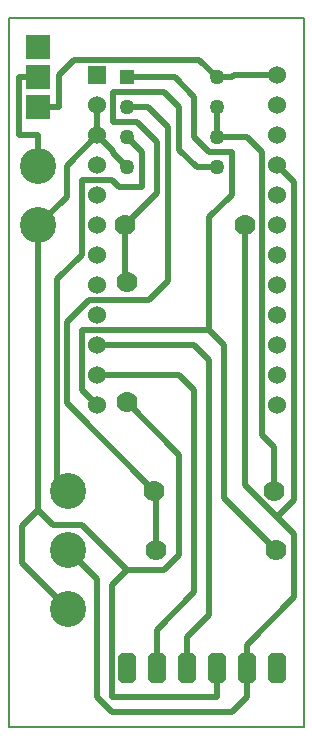
<source format=gbr>
G04 PROTEUS RS274X GERBER FILE*
%FSLAX26Y26*%
%MOIN*%
G01*
%ADD10C,0.020000*%
%ADD11R,0.060000X0.060000*%
%ADD12C,0.000000*%
%ADD13C,0.060000*%
%ADD14R,0.050000X0.050000*%
%ADD15C,0.050000*%
%AMDIL006*
4,1,8,
-0.030000,0.038000,-0.018000,0.050000,0.018000,0.050000,0.030000,0.038000,0.030000,-0.038000,
0.018000,-0.050000,-0.018000,-0.050000,-0.030000,-0.038000,-0.030000,0.038000,
0*%
%ADD16DIL006*%
%ADD17R,0.080000X0.080000*%
%ADD18C,0.120000*%
%ADD19C,0.070000*%
%ADD70C,0.008000*%
D10*
X-98425Y-301575D02*
X+225000Y-301575D01*
X+275000Y-351575D01*
X+275000Y-1200000D01*
X+200000Y-1275000D01*
X+200000Y-1377953D01*
X-98425Y-401575D02*
X+175000Y-401575D01*
X+225000Y-451575D01*
X+225000Y-1125000D01*
X+100000Y-1250000D01*
X+100000Y-1377953D01*
X+275000Y-250000D02*
X+275000Y+125000D01*
X+350000Y+200000D01*
X+350000Y+340551D01*
X+275000Y+340551D01*
X+225000Y+390551D01*
X+225000Y+525000D01*
X+159449Y+590551D01*
X+0Y+590551D01*
X+275000Y-250000D02*
X+225000Y-250000D01*
X+223425Y-251575D01*
X-150000Y-251575D01*
X-150000Y-450000D01*
X-98425Y-501575D01*
X+275000Y-250000D02*
X+325000Y-300000D01*
X+325000Y-810827D01*
X+498425Y-984252D01*
X+400000Y-1377953D02*
X+400000Y-1475000D01*
X+350000Y-1525000D01*
X-50000Y-1525000D01*
X-100000Y-1475000D01*
X-100000Y-1081252D01*
X-196850Y-984402D01*
X+500000Y-875000D02*
X+393701Y-768701D01*
X+393701Y+98425D01*
X+400000Y-1377953D02*
X+400000Y-1300000D01*
X+557488Y-1142512D01*
X+557488Y-932488D01*
X+500000Y-875000D01*
X+556563Y-818437D01*
X+556563Y+243437D01*
X+501575Y+298425D01*
X+300000Y+590551D02*
X+350000Y+590551D01*
X+357874Y+598425D01*
X+501575Y+598425D01*
X+300000Y+590551D02*
X+240551Y+650000D01*
X-175000Y+650000D01*
X-225000Y+600000D01*
X-225000Y+492126D01*
X-295276Y+492126D01*
X+0Y+390551D02*
X+50000Y+340551D01*
X+50000Y+225000D01*
X-25000Y+225000D01*
X-48425Y+248425D01*
X-150000Y+248425D01*
X-150000Y+0D01*
X-231851Y-81851D01*
X-231851Y-752401D01*
X-196850Y-787402D01*
X+92126Y-787402D02*
X-200000Y-495276D01*
X-200000Y-225000D01*
X-126575Y-151575D01*
X+75000Y-151575D01*
X+137500Y-89075D01*
X+137500Y+425000D01*
X+71949Y+490551D01*
X+0Y+490551D01*
X+92126Y-787402D02*
X+98425Y-793701D01*
X+98425Y-984252D01*
X-6299Y+98425D02*
X+100000Y+204724D01*
X+100000Y+375000D01*
X+34449Y+440551D01*
X-46713Y+440551D01*
X-46713Y+540551D01*
X+125000Y+540551D01*
X+175000Y+490551D01*
X+175000Y+350000D01*
X+234449Y+290551D01*
X+300000Y+290551D01*
X-6299Y+98425D02*
X-6299Y-85827D01*
X+0Y-92126D01*
X+300000Y+490551D02*
X+300000Y+490552D01*
X+300000Y+390552D02*
X+300000Y+390551D01*
X+400000Y+390552D01*
X+450000Y+340552D01*
X+450000Y-600000D01*
X+492126Y-642126D01*
X+492126Y-787402D01*
X+300000Y+390552D02*
X+300000Y+490551D01*
X-295276Y+592126D02*
X-359988Y+592126D01*
X-359988Y+400000D01*
X-295276Y+400000D01*
X-295276Y+295276D01*
X+0Y-1050000D02*
X-50000Y-1100000D01*
X-50000Y-1475000D01*
X+300000Y-1475000D01*
X+300000Y-1377953D01*
X-98425Y+398425D02*
X-200000Y+296850D01*
X-200000Y+193551D01*
X-295276Y+98276D01*
X-295276Y-850000D02*
X-245276Y-900000D01*
X-150000Y-900000D01*
X+0Y-1050000D01*
X+125000Y-1050000D01*
X+175000Y-1000000D01*
X+175000Y-667126D01*
X+0Y-492126D01*
X-295276Y-850000D02*
X-350000Y-904724D01*
X-350000Y-1028252D01*
X-196850Y-1181402D01*
X-98425Y+398425D02*
X-46713Y+346713D01*
X-46713Y+337264D01*
X+0Y+290551D01*
X-295276Y+98276D02*
X-295276Y-850000D01*
X-98425Y+398425D02*
X-98425Y+498425D01*
D11*
X-98425Y+598425D03*
D12*
X-98425Y+598425D03*
D13*
X-98425Y+498425D03*
D12*
X-98425Y+498425D03*
D13*
X-98425Y+398425D03*
D12*
X-98425Y+398425D03*
D13*
X-98425Y+298425D03*
D12*
X-98425Y+298425D03*
D13*
X-98425Y+198425D03*
D12*
X-98425Y+198425D03*
D13*
X-98425Y+98425D03*
D12*
X-98425Y+98425D03*
D13*
X-98425Y-1575D03*
D12*
X-98425Y-1575D03*
D13*
X-98425Y-101575D03*
D12*
X-98425Y-101575D03*
D13*
X-98425Y-201575D03*
D12*
X-98425Y-201575D03*
D13*
X-98425Y-301575D03*
D12*
X-98425Y-301575D03*
D13*
X-98425Y-401575D03*
D12*
X-98425Y-401575D03*
D13*
X-98425Y-501575D03*
D12*
X-98425Y-501575D03*
D13*
X+501575Y-501575D03*
D12*
X+501575Y-501575D03*
D13*
X+501575Y-401575D03*
D12*
X+501575Y-401575D03*
D13*
X+501575Y-301575D03*
D12*
X+501575Y-301575D03*
D13*
X+501575Y-201575D03*
D12*
X+501575Y-201575D03*
D13*
X+501575Y-101575D03*
D12*
X+501575Y-101575D03*
D13*
X+501575Y-1575D03*
D12*
X+501575Y-1575D03*
D13*
X+501575Y+98425D03*
D12*
X+501575Y+98425D03*
D13*
X+501575Y+198425D03*
D12*
X+501575Y+198425D03*
D13*
X+501575Y+298425D03*
D12*
X+501575Y+298425D03*
D13*
X+501575Y+398425D03*
D12*
X+501575Y+398425D03*
D13*
X+501575Y+498425D03*
D12*
X+501575Y+498425D03*
D13*
X+501575Y+598425D03*
D12*
X+501575Y+598425D03*
D14*
X+0Y+590551D03*
D15*
X+0Y+490551D03*
X+0Y+390551D03*
X+0Y+290551D03*
X+300000Y+290551D03*
X+300000Y+390551D03*
X+300000Y+490551D03*
X+300000Y+590551D03*
D16*
X+0Y-1377953D03*
X+100000Y-1377953D03*
X+200000Y-1377953D03*
X+300000Y-1377953D03*
X+400000Y-1377953D03*
X+500000Y-1377953D03*
D17*
X-295276Y+692126D03*
X-295276Y+592126D03*
X-295276Y+492126D03*
D18*
X-295276Y+295276D03*
X-295276Y+98276D03*
X-196850Y-787402D03*
X-196850Y-984402D03*
X-196850Y-1181402D03*
D19*
X+393701Y+98425D03*
X-6299Y+98425D03*
X+0Y-492126D03*
X+0Y-92126D03*
X+492126Y-787402D03*
X+92126Y-787402D03*
X+98425Y-984252D03*
X+498425Y-984252D03*
D70*
X-393701Y-1574803D02*
X+590551Y-1574803D01*
X+590551Y+787402D01*
X-393701Y+787402D01*
X-393701Y-1574803D01*
M02*

</source>
